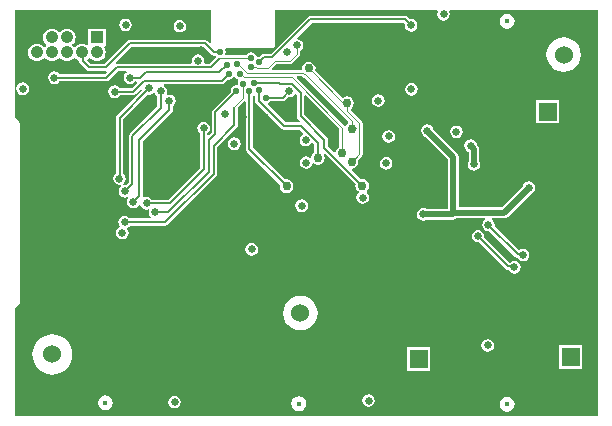
<source format=gbl>
G04*
G04 #@! TF.GenerationSoftware,Altium Limited,Altium Designer,24.3.1 (35)*
G04*
G04 Layer_Physical_Order=4*
G04 Layer_Color=15238730*
%FSLAX44Y44*%
%MOMM*%
G71*
G04*
G04 #@! TF.SameCoordinates,FBE6CC02-A050-44FB-85DA-F6A5CD5A1D8C*
G04*
G04*
G04 #@! TF.FilePolarity,Positive*
G04*
G01*
G75*
%ADD10C,0.2000*%
%ADD17C,0.1200*%
%ADD68C,0.5080*%
%ADD73C,1.5750*%
%ADD74R,1.5750X1.5750*%
%ADD75C,0.4250*%
%ADD76C,1.5240*%
%ADD77R,1.0700X1.0700*%
%ADD78C,1.0700*%
%ADD79R,1.5750X1.5750*%
%ADD80C,2.0100*%
%ADD81C,0.6500*%
%ADD82C,0.5500*%
%ADD83C,0.7500*%
G36*
X496941Y3059D02*
X3059D01*
Y93733D01*
X7163Y97837D01*
X7826Y98829D01*
X8059Y100000D01*
X8059Y100000D01*
Y250000D01*
X8059Y250000D01*
X7826Y251170D01*
X7163Y252163D01*
X7163Y252163D01*
X3059Y256267D01*
Y346941D01*
X169304D01*
X169461Y346750D01*
Y319210D01*
X168287Y318724D01*
X166259Y320752D01*
X165267Y321415D01*
X164096Y321648D01*
X164096Y321648D01*
X100754D01*
X99583Y321415D01*
X98591Y320752D01*
X98591Y320752D01*
X78937Y301098D01*
X67471D01*
X64710Y303859D01*
X64794Y305126D01*
X65321Y305530D01*
X65793Y306147D01*
X67063D01*
X67537Y305530D01*
X69072Y304352D01*
X70860Y303612D01*
X72779Y303359D01*
X74697Y303612D01*
X76485Y304352D01*
X78021Y305530D01*
X79199Y307066D01*
X79939Y308854D01*
X80192Y310772D01*
X79939Y312691D01*
X79199Y314479D01*
X78912Y314852D01*
X79539Y316122D01*
X80128D01*
Y330822D01*
X65429D01*
Y317533D01*
X64159Y316906D01*
X63785Y317193D01*
X61997Y317933D01*
X60079Y318186D01*
X58160Y317933D01*
X56372Y317193D01*
X54837Y316014D01*
X54363Y315398D01*
X53094D01*
X52621Y316014D01*
X52004Y316487D01*
Y317757D01*
X52621Y318230D01*
X53799Y319766D01*
X54539Y321554D01*
X54792Y323472D01*
X54539Y325391D01*
X53799Y327179D01*
X52621Y328714D01*
X51085Y329893D01*
X49297Y330633D01*
X47379Y330886D01*
X45460Y330633D01*
X43672Y329893D01*
X42137Y328714D01*
X41663Y328098D01*
X40394D01*
X39921Y328714D01*
X38385Y329893D01*
X36597Y330633D01*
X34678Y330886D01*
X32760Y330633D01*
X30972Y329893D01*
X29437Y328714D01*
X28258Y327179D01*
X27518Y325391D01*
X27265Y323472D01*
X27518Y321554D01*
X28258Y319766D01*
X29437Y318230D01*
X30053Y317757D01*
Y316487D01*
X29437Y316014D01*
X28963Y315398D01*
X27694D01*
X27221Y316014D01*
X25685Y317193D01*
X23897Y317933D01*
X21978Y318186D01*
X20060Y317933D01*
X18272Y317193D01*
X16737Y316014D01*
X15558Y314479D01*
X14818Y312691D01*
X14565Y310772D01*
X14818Y308854D01*
X15558Y307066D01*
X16737Y305530D01*
X18272Y304352D01*
X20060Y303612D01*
X21978Y303359D01*
X23897Y303612D01*
X25685Y304352D01*
X27221Y305530D01*
X27694Y306147D01*
X28963D01*
X29437Y305530D01*
X30972Y304352D01*
X32760Y303612D01*
X34678Y303359D01*
X36597Y303612D01*
X38385Y304352D01*
X39921Y305530D01*
X40394Y306147D01*
X41663D01*
X42137Y305530D01*
X43672Y304352D01*
X45460Y303612D01*
X47379Y303359D01*
X49297Y303612D01*
X51085Y304352D01*
X52621Y305530D01*
X53094Y306147D01*
X54363D01*
X54837Y305530D01*
X56372Y304352D01*
X57591Y303847D01*
Y303594D01*
X57591Y303594D01*
X57824Y302423D01*
X58486Y301431D01*
X64041Y295877D01*
X64041Y295877D01*
X65033Y295214D01*
X66204Y294981D01*
X80204D01*
X80204Y294981D01*
X80435Y295027D01*
X81060Y293856D01*
X79513Y292309D01*
X74899D01*
X74899Y292309D01*
X41020D01*
X40535Y293035D01*
X38798Y294195D01*
X36750Y294603D01*
X34702Y294195D01*
X32965Y293035D01*
X31805Y291298D01*
X31397Y289250D01*
X31805Y287202D01*
X32965Y285465D01*
X34702Y284305D01*
X36750Y283897D01*
X38798Y284305D01*
X40535Y285465D01*
X41020Y286191D01*
X74899D01*
X74899Y286191D01*
X74899Y286191D01*
X80780D01*
X80780Y286191D01*
X81950Y286424D01*
X82943Y287087D01*
X90831Y294975D01*
X97507D01*
X97892Y293705D01*
X96962Y293084D01*
X95801Y291347D01*
X95394Y289299D01*
X95801Y287250D01*
X96962Y285514D01*
X98698Y284353D01*
X100747Y283946D01*
X102795Y284353D01*
X104532Y285514D01*
X105001Y286216D01*
X106201Y286176D01*
X106660Y285067D01*
X102083Y280489D01*
X92039D01*
X91553Y281215D01*
X89817Y282376D01*
X87768Y282783D01*
X85720Y282376D01*
X83983Y281215D01*
X82823Y279479D01*
X82416Y277430D01*
X82823Y275382D01*
X83983Y273645D01*
X85720Y272485D01*
X87768Y272078D01*
X89817Y272485D01*
X91553Y273645D01*
X92039Y274372D01*
X103350D01*
X103350Y274372D01*
X104521Y274604D01*
X105513Y275268D01*
X109477Y279232D01*
X110883Y278842D01*
X110930Y278653D01*
X90000Y257722D01*
X89336Y256730D01*
X89104Y255559D01*
X89104Y255559D01*
Y208417D01*
X87965Y207657D01*
X86805Y205920D01*
X86397Y203872D01*
X86805Y201823D01*
X87965Y200087D01*
X89702Y198926D01*
X91750Y198519D01*
X92952Y198758D01*
X93448Y197562D01*
X92689Y197054D01*
X91528Y195318D01*
X91121Y193269D01*
X91528Y191221D01*
X92689Y189484D01*
X94425Y188324D01*
X96474Y187916D01*
X98405Y188300D01*
X98718Y188045D01*
X99254Y187285D01*
X98594Y186298D01*
X98187Y184250D01*
X98594Y182202D01*
X99755Y180465D01*
X101491Y179305D01*
X103540Y178897D01*
X105588Y179305D01*
X107325Y180465D01*
X108323Y181959D01*
X109322Y181930D01*
X109645Y181825D01*
X109804Y181021D01*
X110965Y179285D01*
X112702Y178124D01*
X114750Y177717D01*
X116211Y178008D01*
X116464Y177853D01*
X117204Y176984D01*
X116871Y175309D01*
X117278Y173260D01*
X118438Y171524D01*
X118544Y171453D01*
X118159Y170183D01*
X100538D01*
X100053Y170910D01*
X98316Y172070D01*
X96268Y172477D01*
X94219Y172070D01*
X92483Y170910D01*
X91322Y169173D01*
X90915Y167125D01*
X91322Y165076D01*
X91871Y164255D01*
X92187Y163114D01*
X91547Y162628D01*
X90464Y161904D01*
X89304Y160167D01*
X88896Y158119D01*
X89304Y156070D01*
X90464Y154334D01*
X92200Y153174D01*
X94249Y152766D01*
X96297Y153174D01*
X98034Y154334D01*
X99194Y156070D01*
X99602Y158119D01*
X99194Y160167D01*
X98646Y160988D01*
X98330Y162129D01*
X98970Y162616D01*
X100053Y163340D01*
X100538Y164066D01*
X130649D01*
X130649Y164066D01*
X131819Y164299D01*
X132812Y164962D01*
X173640Y205790D01*
X174303Y206782D01*
X174536Y207952D01*
X174536Y207953D01*
Y230550D01*
X191308Y247321D01*
X191308Y247321D01*
X191971Y248314D01*
X192204Y249484D01*
X192204Y249484D01*
Y263882D01*
X197571Y269250D01*
X198841Y268724D01*
Y228954D01*
X198841Y228954D01*
X199074Y227783D01*
X199737Y226791D01*
X227689Y198839D01*
X227434Y197557D01*
X227880Y195314D01*
X229151Y193412D01*
X231053Y192141D01*
X233296Y191695D01*
X235540Y192141D01*
X237442Y193412D01*
X238713Y195314D01*
X239159Y197557D01*
X238713Y199801D01*
X237442Y201703D01*
X235540Y202974D01*
X233296Y203420D01*
X232014Y203165D01*
X204959Y230221D01*
Y273473D01*
X206229Y274031D01*
X206691Y273605D01*
Y269929D01*
X206691Y269929D01*
X206924Y268759D01*
X207587Y267766D01*
X229108Y246246D01*
X229108Y246246D01*
X230100Y245583D01*
X231271Y245350D01*
X231271Y245350D01*
X244580D01*
X247379Y242551D01*
X247087Y241047D01*
X245882Y240242D01*
X244721Y238505D01*
X244314Y236457D01*
X244721Y234408D01*
X245882Y232672D01*
X247618Y231511D01*
X249667Y231104D01*
X251715Y231511D01*
X253452Y232672D01*
X254257Y233876D01*
X255761Y234169D01*
X256905Y233025D01*
Y226157D01*
X255818Y225431D01*
X254547Y223529D01*
X254311Y222343D01*
X252900Y221758D01*
X251986Y222369D01*
X249937Y222777D01*
X247889Y222369D01*
X246152Y221209D01*
X244992Y219473D01*
X244584Y217424D01*
X244992Y215376D01*
X246152Y213639D01*
X247889Y212479D01*
X249937Y212071D01*
X251986Y212479D01*
X253722Y213639D01*
X254883Y215376D01*
X255044Y216187D01*
X256445Y216721D01*
X257720Y215869D01*
X259964Y215423D01*
X262207Y215869D01*
X264109Y217140D01*
X265380Y219042D01*
X265826Y221285D01*
X265380Y223529D01*
X264624Y224660D01*
X265610Y225470D01*
X291921Y199159D01*
X291666Y197877D01*
X292113Y195634D01*
X293384Y193732D01*
X294258Y193147D01*
Y191877D01*
X293989Y191698D01*
X292829Y189961D01*
X292421Y187913D01*
X292829Y185864D01*
X293989Y184128D01*
X295726Y182967D01*
X297774Y182560D01*
X299823Y182967D01*
X301559Y184128D01*
X302719Y185864D01*
X303127Y187913D01*
X302719Y189961D01*
X301559Y191698D01*
X301045Y192041D01*
Y193311D01*
X301674Y193732D01*
X302945Y195634D01*
X303392Y197877D01*
X302945Y200121D01*
X301674Y202023D01*
X299772Y203293D01*
X297529Y203740D01*
X296247Y203485D01*
X288712Y211020D01*
X289130Y212398D01*
X290584Y212687D01*
X292486Y213958D01*
X293757Y215860D01*
X294203Y218103D01*
X293853Y219866D01*
X296874Y222887D01*
X296874Y222887D01*
X297448Y223747D01*
X297650Y224762D01*
Y250926D01*
X297650Y250927D01*
X297448Y251941D01*
X296874Y252801D01*
X288073Y261602D01*
X288234Y263237D01*
X288663Y263523D01*
X289934Y265425D01*
X290380Y267669D01*
X289934Y269912D01*
X288663Y271814D01*
X286761Y273085D01*
X284517Y273531D01*
X282274Y273085D01*
X280805Y272104D01*
X257491Y295417D01*
X257841Y297181D01*
X257395Y299424D01*
X256124Y301326D01*
X254222Y302597D01*
X251979Y303043D01*
X249735Y302597D01*
X247833Y301326D01*
X246562Y299424D01*
X246116Y297181D01*
X246166Y296931D01*
X245360Y295949D01*
X221096D01*
X220611Y297122D01*
X224284Y300795D01*
X236030D01*
X236030Y300795D01*
X237044Y300997D01*
X237904Y301572D01*
X244079Y307746D01*
X244079Y307746D01*
X244653Y308606D01*
X244855Y309621D01*
X244855Y309621D01*
Y312072D01*
X245989Y312830D01*
X247150Y314566D01*
X247557Y316615D01*
X247150Y318663D01*
X245989Y320400D01*
X244253Y321560D01*
X242649Y321879D01*
X242122Y323148D01*
X254787Y335813D01*
X332479D01*
X333646Y334646D01*
X333476Y333789D01*
X333883Y331741D01*
X335043Y330004D01*
X336780Y328844D01*
X338829Y328436D01*
X340877Y328844D01*
X342614Y330004D01*
X343774Y331741D01*
X344181Y333789D01*
X343774Y335838D01*
X342614Y337574D01*
X340877Y338735D01*
X338829Y339142D01*
X337972Y338972D01*
X335909Y341034D01*
X334917Y341698D01*
X333746Y341930D01*
X333746Y341930D01*
X253520D01*
X253520Y341930D01*
X252349Y341698D01*
X251357Y341034D01*
X219849Y309527D01*
X214268D01*
X214267Y309527D01*
X213097Y309294D01*
X212104Y308631D01*
X210573Y307100D01*
X210142Y307186D01*
X208732Y306905D01*
X207464Y307677D01*
X207412Y307939D01*
X206362Y309510D01*
X204791Y310560D01*
X202938Y310929D01*
X201084Y310560D01*
X199513Y309510D01*
X198893Y308582D01*
X198730Y308576D01*
X197795Y308576D01*
X192776Y308600D01*
X191605Y308611D01*
Y308614D01*
X191569Y308619D01*
X191525Y308613D01*
X190671Y308601D01*
X190247Y308596D01*
X184456Y308554D01*
X184445Y308566D01*
X184430Y308568D01*
X184392Y308563D01*
X184180Y308550D01*
X182437Y308492D01*
X181588Y309734D01*
X181843Y311017D01*
X181474Y312870D01*
X181096Y313436D01*
X181775Y314706D01*
X221500D01*
X222281Y314861D01*
X222942Y315303D01*
X223384Y315965D01*
X223539Y316745D01*
Y346750D01*
X223696Y346941D01*
X361101D01*
X361780Y345671D01*
X361339Y345011D01*
X360931Y342963D01*
X361339Y340914D01*
X362499Y339178D01*
X364236Y338018D01*
X366284Y337610D01*
X368333Y338018D01*
X370069Y339178D01*
X371230Y340914D01*
X371637Y342963D01*
X371230Y345011D01*
X370788Y345671D01*
X371467Y346941D01*
X496941D01*
Y3059D01*
D02*
G37*
G36*
X169337Y309022D02*
X170329Y308359D01*
X171500Y308127D01*
X171500Y308127D01*
X173218D01*
X173575Y307592D01*
X173685Y306485D01*
X168292Y301093D01*
X164280D01*
X163423Y302363D01*
X163706Y303784D01*
X163298Y305833D01*
X162138Y307569D01*
X160401Y308729D01*
X158353Y309137D01*
X156305Y308729D01*
X154568Y307569D01*
X153408Y305833D01*
X153000Y303784D01*
X153283Y302363D01*
X152426Y301093D01*
X89564D01*
X89333Y301047D01*
X88708Y302218D01*
X102021Y315530D01*
X162829D01*
X169337Y309022D01*
D02*
G37*
G36*
X190150Y289163D02*
X191721Y288113D01*
X191948Y288068D01*
X192533Y286657D01*
X192176Y286123D01*
X191807Y284269D01*
X191923Y283686D01*
X191025Y282788D01*
X190750Y282843D01*
X188897Y282474D01*
X187325Y281425D01*
X186276Y279853D01*
X185907Y278000D01*
X185993Y277568D01*
X170791Y262367D01*
X170128Y261374D01*
X169895Y260204D01*
X169895Y260204D01*
Y243178D01*
X167457Y240739D01*
X166283Y241225D01*
Y242439D01*
X167010Y242924D01*
X168170Y244660D01*
X168577Y246709D01*
X168170Y248757D01*
X167010Y250494D01*
X165273Y251654D01*
X163225Y252062D01*
X161176Y251654D01*
X159440Y250494D01*
X158279Y248757D01*
X157872Y246709D01*
X158279Y244660D01*
X159440Y242924D01*
X160166Y242439D01*
Y213049D01*
X133245Y186129D01*
X119020D01*
X118535Y186855D01*
X116798Y188015D01*
X114750Y188423D01*
X112702Y188015D01*
X111616Y188818D01*
X111728Y189380D01*
Y235733D01*
X136220Y260225D01*
X136883Y261218D01*
X137116Y262388D01*
Y265731D01*
X137842Y266217D01*
X139003Y267953D01*
X139410Y270002D01*
X139003Y272050D01*
X137842Y273787D01*
X136106Y274947D01*
X134057Y275355D01*
X132752Y275095D01*
X132437Y275313D01*
X131783Y276197D01*
X132115Y277867D01*
X131708Y279915D01*
X130548Y281652D01*
X129419Y282406D01*
X129804Y283676D01*
X178485D01*
X178485Y283676D01*
X179655Y283909D01*
X180648Y284572D01*
X183819Y287743D01*
X184250Y287657D01*
X186103Y288026D01*
X187675Y289076D01*
X188178Y289829D01*
X189705D01*
X190150Y289163D01*
D02*
G37*
G36*
X121782Y275997D02*
X121817Y275818D01*
X122978Y274082D01*
X123704Y273596D01*
Y265028D01*
X100648Y241972D01*
X99985Y240979D01*
X99752Y239809D01*
X99752Y239809D01*
Y200402D01*
X97723Y198373D01*
X96474Y198622D01*
X95271Y198383D01*
X94775Y199579D01*
X95535Y200087D01*
X96695Y201823D01*
X97103Y203872D01*
X96695Y205920D01*
X95535Y207657D01*
X95221Y207866D01*
Y254292D01*
X116131Y275202D01*
X116988Y275032D01*
X119036Y275439D01*
X120414Y276360D01*
X121782Y275997D01*
D02*
G37*
G36*
X242166Y274554D02*
Y256652D01*
X242166Y256652D01*
X242399Y255481D01*
X243062Y254489D01*
X244813Y252737D01*
X244287Y251467D01*
X232538D01*
X217243Y266762D01*
X217611Y267978D01*
X217853Y268026D01*
X219425Y269076D01*
X219669Y269441D01*
X230196D01*
X230197Y269441D01*
X231367Y269674D01*
X232360Y270337D01*
X234842Y272820D01*
X235699Y272649D01*
X237747Y273057D01*
X239484Y274217D01*
X239976Y274954D01*
X241436Y275175D01*
X242166Y274554D01*
D02*
G37*
G36*
X247681Y289456D02*
X247681Y289456D01*
X248541Y288881D01*
X248827Y288825D01*
X285526Y252125D01*
X285365Y250490D01*
X284777Y250097D01*
X283922Y248816D01*
X282425Y248771D01*
X282338Y248900D01*
X241764Y289474D01*
X242250Y290647D01*
X246490D01*
X247681Y289456D01*
D02*
G37*
G36*
X277813Y245927D02*
Y230390D01*
X276318Y229391D01*
X275047Y227489D01*
X274880Y226648D01*
X273502Y226230D01*
X268325Y231407D01*
Y236610D01*
X268325Y236610D01*
X268092Y237781D01*
X267429Y238773D01*
X267429Y238773D01*
X248284Y257919D01*
Y273797D01*
X249457Y274283D01*
X277813Y245927D01*
D02*
G37*
%LPC*%
G36*
X420000Y343372D02*
X417561Y342887D01*
X415494Y341506D01*
X414113Y339439D01*
X413628Y337000D01*
X414113Y334561D01*
X415494Y332494D01*
X417561Y331113D01*
X420000Y330628D01*
X422439Y331113D01*
X424506Y332494D01*
X425887Y334561D01*
X426372Y337000D01*
X425887Y339439D01*
X424506Y341506D01*
X422439Y342887D01*
X420000Y343372D01*
D02*
G37*
G36*
X97000Y339353D02*
X94952Y338945D01*
X93215Y337785D01*
X92055Y336048D01*
X91647Y334000D01*
X92055Y331952D01*
X93215Y330215D01*
X94952Y329055D01*
X97000Y328647D01*
X99048Y329055D01*
X100785Y330215D01*
X101945Y331952D01*
X102353Y334000D01*
X101945Y336048D01*
X100785Y337785D01*
X99048Y338945D01*
X97000Y339353D01*
D02*
G37*
G36*
X143000Y338353D02*
X140952Y337945D01*
X139215Y336785D01*
X138055Y335048D01*
X137647Y333000D01*
X138055Y330952D01*
X139215Y329215D01*
X140952Y328055D01*
X143000Y327647D01*
X145048Y328055D01*
X146785Y329215D01*
X147945Y330952D01*
X148353Y333000D01*
X147945Y335048D01*
X146785Y336785D01*
X145048Y337945D01*
X143000Y338353D01*
D02*
G37*
G36*
X467986Y323530D02*
X464201Y323032D01*
X460674Y321570D01*
X457645Y319246D01*
X455321Y316217D01*
X453859Y312690D01*
X453361Y308905D01*
X453859Y305119D01*
X455321Y301592D01*
X457645Y298563D01*
X460674Y296239D01*
X464201Y294778D01*
X467986Y294280D01*
X471772Y294778D01*
X475299Y296239D01*
X478328Y298563D01*
X480652Y301592D01*
X482113Y305119D01*
X482611Y308905D01*
X482113Y312690D01*
X480652Y316217D01*
X478328Y319246D01*
X475299Y321570D01*
X471772Y323032D01*
X467986Y323530D01*
D02*
G37*
G36*
X10000Y285353D02*
X7952Y284945D01*
X6215Y283785D01*
X5055Y282048D01*
X4647Y280000D01*
X5055Y277952D01*
X6215Y276215D01*
X7952Y275055D01*
X10000Y274647D01*
X12048Y275055D01*
X13785Y276215D01*
X14945Y277952D01*
X15353Y280000D01*
X14945Y282048D01*
X13785Y283785D01*
X12048Y284945D01*
X10000Y285353D01*
D02*
G37*
G36*
X339006Y284980D02*
X336957Y284573D01*
X335221Y283412D01*
X334060Y281676D01*
X333653Y279627D01*
X334060Y277579D01*
X335221Y275842D01*
X336957Y274682D01*
X339006Y274274D01*
X341054Y274682D01*
X342791Y275842D01*
X343951Y277579D01*
X344359Y279627D01*
X343951Y281676D01*
X342791Y283412D01*
X341054Y284573D01*
X339006Y284980D01*
D02*
G37*
G36*
X311000Y275353D02*
X308952Y274945D01*
X307215Y273785D01*
X306055Y272048D01*
X305647Y270000D01*
X306055Y267952D01*
X307215Y266215D01*
X308952Y265055D01*
X311000Y264647D01*
X313048Y265055D01*
X314785Y266215D01*
X315945Y267952D01*
X316353Y270000D01*
X315945Y272048D01*
X314785Y273785D01*
X313048Y274945D01*
X311000Y275353D01*
D02*
G37*
G36*
X464201Y270379D02*
X444451D01*
Y250629D01*
X464201D01*
Y270379D01*
D02*
G37*
G36*
X377075Y248868D02*
X375027Y248461D01*
X373290Y247301D01*
X372130Y245564D01*
X371722Y243515D01*
X372130Y241467D01*
X373290Y239730D01*
X375027Y238570D01*
X377075Y238163D01*
X379124Y238570D01*
X380860Y239730D01*
X382021Y241467D01*
X382428Y243515D01*
X382021Y245564D01*
X380860Y247301D01*
X379124Y248461D01*
X377075Y248868D01*
D02*
G37*
G36*
X319897Y244994D02*
X317848Y244586D01*
X316112Y243426D01*
X314951Y241689D01*
X314544Y239641D01*
X314951Y237593D01*
X316112Y235856D01*
X317848Y234695D01*
X319897Y234288D01*
X321945Y234695D01*
X323682Y235856D01*
X324842Y237593D01*
X325250Y239641D01*
X324842Y241689D01*
X323682Y243426D01*
X321945Y244586D01*
X319897Y244994D01*
D02*
G37*
G36*
X188977Y238802D02*
X186929Y238395D01*
X185192Y237234D01*
X184032Y235497D01*
X183624Y233449D01*
X184032Y231401D01*
X185192Y229664D01*
X186929Y228504D01*
X188977Y228096D01*
X191026Y228504D01*
X192762Y229664D01*
X193923Y231401D01*
X194330Y233449D01*
X193923Y235497D01*
X192762Y237234D01*
X191026Y238395D01*
X188977Y238802D01*
D02*
G37*
G36*
X317584Y222326D02*
X315536Y221918D01*
X313799Y220758D01*
X312639Y219021D01*
X312231Y216973D01*
X312639Y214924D01*
X313799Y213188D01*
X315536Y212027D01*
X317584Y211620D01*
X319633Y212027D01*
X321369Y213188D01*
X322530Y214924D01*
X322937Y216973D01*
X322530Y219021D01*
X321369Y220758D01*
X319633Y221918D01*
X317584Y222326D01*
D02*
G37*
G36*
X389298Y237104D02*
X387250Y236696D01*
X385513Y235536D01*
X384353Y233799D01*
X383945Y231751D01*
X384353Y229702D01*
X385513Y227966D01*
X387250Y226805D01*
X387328Y226789D01*
X387371Y226747D01*
Y218522D01*
X387055Y218048D01*
X386647Y216000D01*
X387055Y213952D01*
X388215Y212215D01*
X389952Y211055D01*
X392000Y210647D01*
X394048Y211055D01*
X395785Y212215D01*
X396945Y213952D01*
X397353Y216000D01*
X396945Y218048D01*
X396629Y218522D01*
Y228664D01*
X396629Y228664D01*
X396277Y230436D01*
X395273Y231938D01*
X395273Y231938D01*
X394450Y232761D01*
X394243Y233799D01*
X393083Y235536D01*
X391347Y236696D01*
X389298Y237104D01*
D02*
G37*
G36*
X352549Y249732D02*
X350501Y249325D01*
X348764Y248164D01*
X347604Y246428D01*
X347196Y244379D01*
X347604Y242331D01*
X348764Y240594D01*
X350501Y239434D01*
X351080Y239319D01*
X369692Y220707D01*
Y178377D01*
X351567D01*
X351093Y178694D01*
X349044Y179101D01*
X346996Y178694D01*
X345259Y177533D01*
X344099Y175797D01*
X343692Y173748D01*
X344099Y171700D01*
X345259Y169963D01*
X346996Y168803D01*
X349044Y168396D01*
X351093Y168803D01*
X351567Y169119D01*
X373862D01*
X375633Y169472D01*
X376898Y170317D01*
X400960D01*
X401345Y169047D01*
X400481Y168470D01*
X399320Y166733D01*
X398913Y164685D01*
X399320Y162636D01*
X400481Y160900D01*
X402217Y159739D01*
X404266Y159332D01*
X405122Y159502D01*
X427085Y137540D01*
X427085Y137540D01*
X428077Y136877D01*
X429030Y136687D01*
X429848Y135463D01*
X431584Y134303D01*
X433633Y133896D01*
X435681Y134303D01*
X437418Y135463D01*
X438578Y137200D01*
X438985Y139248D01*
X438578Y141297D01*
X437418Y143033D01*
X435681Y144194D01*
X433633Y144601D01*
X431584Y144194D01*
X430084Y143192D01*
X409448Y163828D01*
X409619Y164685D01*
X409211Y166733D01*
X408051Y168470D01*
X407186Y169047D01*
X407571Y170317D01*
X417256D01*
X417257Y170317D01*
X419028Y170670D01*
X420530Y171673D01*
X439985Y191129D01*
X440544Y191240D01*
X442280Y192400D01*
X443441Y194137D01*
X443848Y196185D01*
X443441Y198233D01*
X442280Y199970D01*
X440544Y201130D01*
X438495Y201538D01*
X436447Y201130D01*
X434710Y199970D01*
X433550Y198233D01*
X433439Y197675D01*
X415339Y179575D01*
X378950D01*
Y222624D01*
X378950Y222624D01*
X378598Y224396D01*
X377594Y225897D01*
X377594Y225897D01*
X357601Y245890D01*
X357494Y246428D01*
X356334Y248164D01*
X354598Y249325D01*
X352549Y249732D01*
D02*
G37*
G36*
X246113Y186324D02*
X244064Y185917D01*
X242328Y184757D01*
X241167Y183020D01*
X240760Y180972D01*
X241167Y178923D01*
X242328Y177187D01*
X244064Y176026D01*
X246113Y175619D01*
X248161Y176026D01*
X249898Y177187D01*
X251058Y178923D01*
X251466Y180972D01*
X251058Y183020D01*
X249898Y184757D01*
X248161Y185917D01*
X246113Y186324D01*
D02*
G37*
G36*
X203871Y149481D02*
X201823Y149074D01*
X200086Y147914D01*
X198926Y146177D01*
X198519Y144129D01*
X198926Y142080D01*
X200086Y140344D01*
X201823Y139183D01*
X203871Y138776D01*
X205920Y139183D01*
X207656Y140344D01*
X208817Y142080D01*
X209224Y144129D01*
X208817Y146177D01*
X207656Y147914D01*
X205920Y149074D01*
X203871Y149481D01*
D02*
G37*
G36*
X395432Y160694D02*
X393383Y160287D01*
X391647Y159126D01*
X390486Y157390D01*
X390079Y155341D01*
X390486Y153293D01*
X391647Y151556D01*
X393383Y150396D01*
X395432Y149988D01*
X396289Y150159D01*
X418849Y127598D01*
X419842Y126935D01*
X421012Y126702D01*
X421012Y126702D01*
X421287D01*
X422347Y125115D01*
X424084Y123955D01*
X426132Y123547D01*
X428181Y123955D01*
X429917Y125115D01*
X431078Y126852D01*
X431485Y128900D01*
X431078Y130948D01*
X429917Y132685D01*
X428181Y133845D01*
X426132Y134253D01*
X424084Y133845D01*
X422549Y132820D01*
X422279D01*
X400614Y154485D01*
X400785Y155341D01*
X400377Y157390D01*
X399217Y159126D01*
X397480Y160287D01*
X395432Y160694D01*
D02*
G37*
G36*
X245000Y104625D02*
X241215Y104127D01*
X237687Y102666D01*
X234659Y100342D01*
X232334Y97313D01*
X230873Y93785D01*
X230375Y90000D01*
X230873Y86215D01*
X232334Y82687D01*
X234659Y79658D01*
X237687Y77334D01*
X241215Y75873D01*
X245000Y75375D01*
X248785Y75873D01*
X252313Y77334D01*
X255341Y79658D01*
X257666Y82687D01*
X259127Y86215D01*
X259625Y90000D01*
X259127Y93785D01*
X257666Y97313D01*
X255341Y100342D01*
X252313Y102666D01*
X248785Y104127D01*
X245000Y104625D01*
D02*
G37*
G36*
X403694Y68011D02*
X401645Y67604D01*
X399908Y66443D01*
X398748Y64707D01*
X398341Y62658D01*
X398748Y60610D01*
X399908Y58873D01*
X401645Y57713D01*
X403694Y57305D01*
X405742Y57713D01*
X407478Y58873D01*
X408639Y60610D01*
X409046Y62658D01*
X408639Y64707D01*
X407478Y66443D01*
X405742Y67604D01*
X403694Y68011D01*
D02*
G37*
G36*
X483792Y62705D02*
X464042D01*
Y42955D01*
X483792D01*
Y62705D01*
D02*
G37*
G36*
X355138Y61039D02*
X335388D01*
Y41289D01*
X355138D01*
Y61039D01*
D02*
G37*
G36*
X35000Y72082D02*
X31667Y71754D01*
X28463Y70782D01*
X25510Y69203D01*
X22921Y67079D01*
X20797Y64490D01*
X19218Y61537D01*
X18246Y58333D01*
X17918Y55000D01*
X18246Y51667D01*
X19218Y48463D01*
X20797Y45510D01*
X22921Y42921D01*
X25510Y40797D01*
X28463Y39218D01*
X31667Y38246D01*
X35000Y37918D01*
X38333Y38246D01*
X41537Y39218D01*
X44490Y40797D01*
X47079Y42921D01*
X49203Y45510D01*
X50782Y48463D01*
X51754Y51667D01*
X52082Y55000D01*
X51754Y58333D01*
X50782Y61537D01*
X49203Y64490D01*
X47079Y67079D01*
X44490Y69203D01*
X41537Y70782D01*
X38333Y71754D01*
X35000Y72082D01*
D02*
G37*
G36*
X302711Y21393D02*
X300662Y20985D01*
X298926Y19825D01*
X297765Y18088D01*
X297358Y16040D01*
X297765Y13991D01*
X298926Y12255D01*
X300662Y11094D01*
X302711Y10687D01*
X304759Y11094D01*
X306496Y12255D01*
X307656Y13991D01*
X308064Y16040D01*
X307656Y18088D01*
X306496Y19825D01*
X304759Y20985D01*
X302711Y21393D01*
D02*
G37*
G36*
X138561Y19979D02*
X136513Y19572D01*
X134776Y18412D01*
X133616Y16675D01*
X133208Y14627D01*
X133616Y12578D01*
X134776Y10842D01*
X136513Y9681D01*
X138561Y9274D01*
X140610Y9681D01*
X142346Y10842D01*
X143507Y12578D01*
X143914Y14627D01*
X143507Y16675D01*
X142346Y18412D01*
X140610Y19572D01*
X138561Y19979D01*
D02*
G37*
G36*
X80000Y20373D02*
X77561Y19887D01*
X75494Y18506D01*
X74113Y16439D01*
X73628Y14000D01*
X74113Y11561D01*
X75494Y9494D01*
X77561Y8113D01*
X80000Y7628D01*
X82439Y8113D01*
X84506Y9494D01*
X85887Y11561D01*
X86372Y14000D01*
X85887Y16439D01*
X84506Y18506D01*
X82439Y19887D01*
X80000Y20373D01*
D02*
G37*
G36*
X243589Y19796D02*
X241150Y19311D01*
X239083Y17929D01*
X237701Y15862D01*
X237216Y13423D01*
X237701Y10985D01*
X239083Y8917D01*
X241150Y7536D01*
X243589Y7051D01*
X246027Y7536D01*
X248095Y8917D01*
X249476Y10985D01*
X249961Y13423D01*
X249476Y15862D01*
X248095Y17929D01*
X246027Y19311D01*
X243589Y19796D01*
D02*
G37*
G36*
X420000Y19190D02*
X417561Y18705D01*
X415494Y17324D01*
X414113Y15256D01*
X413628Y12818D01*
X414113Y10379D01*
X415494Y8312D01*
X417561Y6930D01*
X420000Y6445D01*
X422439Y6930D01*
X424506Y8312D01*
X425887Y10379D01*
X426372Y12818D01*
X425887Y15256D01*
X424506Y17324D01*
X422439Y18705D01*
X420000Y19190D01*
D02*
G37*
%LPD*%
D10*
X231271Y248409D02*
X245847D01*
X209750Y269929D02*
X231271Y248409D01*
X209750Y269929D02*
Y278538D01*
X189145Y249484D02*
Y264573D01*
X176534Y294034D02*
X183000Y300500D01*
X114297Y294034D02*
X176534D01*
X100747Y289299D02*
X109561D01*
X114297Y294034D01*
X89564Y298034D02*
X169559D01*
X177190Y305664D01*
X178485Y286735D02*
X184250Y292500D01*
X112654Y286735D02*
X178485D01*
X80780Y289250D02*
X89564Y298034D01*
X171500Y311185D02*
X176831D01*
X177000Y311017D01*
X205500Y285004D02*
X205680Y285184D01*
X226654D01*
X238080Y283752D02*
X245225Y276607D01*
Y256652D02*
Y276607D01*
Y256652D02*
X265266Y236610D01*
X230197Y272500D02*
X235699Y278002D01*
X265266Y230140D02*
Y236610D01*
Y230140D02*
X297529Y197877D01*
X216000Y272500D02*
X230197D01*
X228086Y283752D02*
X238080D01*
X226654Y285184D02*
X228086Y283752D01*
X259964Y221285D02*
Y234292D01*
X245847Y248409D02*
X259964Y234292D01*
X201900Y228954D02*
Y277652D01*
X201593Y277960D02*
X201900Y277652D01*
Y228954D02*
X233296Y197557D01*
X172954Y241911D02*
Y260204D01*
X190750Y278000D01*
X221117Y306468D02*
X253520Y338872D01*
X214267Y306468D02*
X221117D01*
X210142Y302343D02*
X214267Y306468D01*
X333746Y338872D02*
X338829Y333789D01*
X253520Y338872D02*
X333746D01*
X421012Y129761D02*
X425271D01*
X395432Y155341D02*
X421012Y129761D01*
X425271D02*
X426132Y128900D01*
X433178Y139703D02*
X433633Y139248D01*
X404266Y164685D02*
X429248Y139703D01*
X433178D01*
X108670Y189380D02*
Y237000D01*
X103540Y184250D02*
X108670Y189380D01*
X114750Y183070D02*
X134512D01*
X163225Y211782D01*
X122223Y175309D02*
X133176D01*
X167450Y209582D01*
Y236407D02*
X172954Y241911D01*
X87768Y277430D02*
X103350D01*
X112654Y286735D01*
X167450Y209582D02*
Y236407D01*
X171477Y231817D02*
X189145Y249484D01*
X171477Y207952D02*
Y231817D01*
X60079Y310772D02*
X60649Y310201D01*
Y303594D02*
Y310201D01*
X66204Y298040D02*
X80204D01*
X60649Y303594D02*
X66204Y298040D01*
X80204D02*
X100754Y318589D01*
X92162Y204284D02*
Y255559D01*
X116988Y280385D01*
X102811Y239809D02*
X126763Y263761D01*
Y277867D01*
X134057Y262388D02*
Y270002D01*
X108670Y237000D02*
X134057Y262388D01*
X91750Y203872D02*
X92162Y204284D01*
X102811Y199135D02*
Y239809D01*
X96474Y193269D02*
X96945D01*
X102811Y199135D01*
X74899Y289250D02*
X80780D01*
X36750Y289250D02*
X74899D01*
X74899Y289250D01*
X130649Y167125D02*
X171477Y207952D01*
X96268Y167125D02*
X130649D01*
X163225Y211782D02*
Y246709D01*
X164096Y318589D02*
X171500Y311185D01*
X100754Y318589D02*
X164096D01*
D17*
X184439Y305903D02*
G03*
X184268Y305901I-9J-4850D01*
G01*
X191592Y305954D02*
G03*
X191534Y305954I-23J-4850D01*
G01*
X189145Y264573D02*
X196650Y272078D01*
Y284269D01*
X193575Y292588D02*
X194522D01*
X197256Y289853D01*
X237635D01*
X247588Y293298D02*
X249555Y291331D01*
X218149Y293214D02*
X218232Y293298D01*
X195064Y298148D02*
X199999Y293214D01*
X218149D01*
X218232Y293298D02*
X247588D01*
X237635Y289853D02*
X280464Y247026D01*
X202911Y298093D02*
X207800D01*
X288341Y218103D02*
X294999Y224762D01*
Y250927D01*
X284517Y261409D02*
X294999Y250927D01*
X284517Y261409D02*
Y267669D01*
X280464Y225246D02*
Y247026D01*
X283312Y268874D02*
X284517Y267669D01*
X280285Y268874D02*
X283312D01*
X251979Y297181D02*
X280285Y268874D01*
X250070Y291331D02*
X288923Y252478D01*
X249555Y291331D02*
X250070D01*
X288923Y246687D02*
Y252478D01*
X192004Y301105D02*
X194960Y298148D01*
X191569Y301105D02*
X192004D01*
X194960Y298148D02*
X195064D01*
X177190Y305664D02*
X184268Y305901D01*
X184439Y305903D02*
X191534Y305954D01*
X207800Y298093D02*
X208400Y297493D01*
X217232D01*
X191592Y305954D02*
X197787Y305925D01*
X289659Y246687D02*
X291799D01*
X217232Y297493D02*
X223186Y303446D01*
X236030D01*
X242204Y309621D01*
Y316615D01*
X167450Y236407D02*
Y236407D01*
X197787Y305925D02*
X198782Y305925D01*
X202938Y306086D01*
D68*
X374321Y174946D02*
X417257D01*
X438495Y196185D01*
X349044Y173748D02*
X373862D01*
X392000Y216000D02*
Y228664D01*
X389298Y231366D02*
X392000Y228664D01*
X389298Y231366D02*
Y231751D01*
X352549Y244379D02*
X352566D01*
X374321Y222624D01*
Y174946D02*
Y222624D01*
D73*
X473917Y27430D02*
D03*
X345263Y25764D02*
D03*
X479726Y260504D02*
D03*
D74*
X473917Y52830D02*
D03*
X345263Y51164D02*
D03*
D75*
X80000Y14000D02*
D03*
X420000Y12818D02*
D03*
X420000Y337000D02*
D03*
X243589Y13423D02*
D03*
D76*
X35000Y55000D02*
D03*
X467986Y308905D02*
D03*
X245000Y90000D02*
D03*
D77*
X72779Y323472D02*
D03*
D78*
Y310772D02*
D03*
X60079Y323472D02*
D03*
Y310772D02*
D03*
X47379Y323472D02*
D03*
Y310772D02*
D03*
X34678Y323472D02*
D03*
Y310772D02*
D03*
X21978Y323472D02*
D03*
Y310772D02*
D03*
D79*
X454326Y260504D02*
D03*
D80*
X484202Y91055D02*
D03*
Y177456D02*
D03*
X446202Y91055D02*
D03*
Y177456D02*
D03*
D81*
X231283Y257718D02*
D03*
X465000Y165000D02*
D03*
Y245000D02*
D03*
Y85000D02*
D03*
X425000Y325000D02*
D03*
X445214Y331534D02*
D03*
X424039Y302359D02*
D03*
X153238Y15933D02*
D03*
X225000Y85000D02*
D03*
X245000Y125000D02*
D03*
X235699Y278002D02*
D03*
X249667Y236457D02*
D03*
X215425Y255772D02*
D03*
X230042Y226529D02*
D03*
X208836Y243512D02*
D03*
X196150Y256069D02*
D03*
X317584Y216973D02*
D03*
X233737Y310750D02*
D03*
X170243Y170765D02*
D03*
X20649Y20446D02*
D03*
X486132Y334156D02*
D03*
X397537Y121385D02*
D03*
X179628Y215110D02*
D03*
X282450Y124829D02*
D03*
X445000Y285000D02*
D03*
Y45000D02*
D03*
X405000Y285000D02*
D03*
X425000Y245000D02*
D03*
Y165000D02*
D03*
X365000Y285000D02*
D03*
Y125000D02*
D03*
X385000Y85000D02*
D03*
X365000Y45000D02*
D03*
X325000Y125000D02*
D03*
Y45000D02*
D03*
X305000Y325000D02*
D03*
Y85000D02*
D03*
X265000D02*
D03*
X245000Y45000D02*
D03*
X225000Y165000D02*
D03*
X205000Y45000D02*
D03*
X185000Y85000D02*
D03*
X165000Y45000D02*
D03*
X145000Y245000D02*
D03*
Y85000D02*
D03*
X85000Y45000D02*
D03*
X65000Y245000D02*
D03*
X45000Y205000D02*
D03*
X65000Y165000D02*
D03*
X45000Y125000D02*
D03*
X65000Y85000D02*
D03*
X403694Y62658D02*
D03*
X417318Y62448D02*
D03*
X395432Y155341D02*
D03*
X426132Y128900D02*
D03*
X404266Y164685D02*
D03*
X434173Y161758D02*
D03*
X433633Y139248D02*
D03*
X438495Y196185D02*
D03*
X120000Y83000D02*
D03*
X138561Y14627D02*
D03*
X138971Y28592D02*
D03*
X103540Y184250D02*
D03*
X114750Y183070D02*
D03*
X122223Y175309D02*
D03*
X297774Y187913D02*
D03*
X181115Y258685D02*
D03*
X349044Y173748D02*
D03*
X96268Y167125D02*
D03*
X64866Y279866D02*
D03*
X158353Y303784D02*
D03*
X107233Y259367D02*
D03*
X91750Y203872D02*
D03*
X249937Y217424D02*
D03*
X96474Y193269D02*
D03*
X100747Y289299D02*
D03*
X87768Y277430D02*
D03*
X188977Y233449D02*
D03*
X170280Y272218D02*
D03*
X434892Y106494D02*
D03*
X126681Y213303D02*
D03*
X232000Y325500D02*
D03*
X352500Y195000D02*
D03*
X362500Y220000D02*
D03*
X352500D02*
D03*
X362500Y207500D02*
D03*
X352500D02*
D03*
X362500Y195000D02*
D03*
X340000D02*
D03*
Y207500D02*
D03*
Y220000D02*
D03*
X164049Y256475D02*
D03*
X160681Y265727D02*
D03*
X302711Y16040D02*
D03*
X366284Y342963D02*
D03*
X203871Y144129D02*
D03*
X302526Y30124D02*
D03*
X338829Y333789D02*
D03*
X311000Y270000D02*
D03*
X392000Y216000D02*
D03*
X339006Y279627D02*
D03*
X332000Y285000D02*
D03*
X161000Y312500D02*
D03*
X115000Y324839D02*
D03*
X125000D02*
D03*
X10000Y280000D02*
D03*
X97000Y334000D02*
D03*
X143000Y333000D02*
D03*
X242204Y316615D02*
D03*
X319897Y239641D02*
D03*
X399466Y255554D02*
D03*
X377075Y243515D02*
D03*
X163225Y246709D02*
D03*
X126473Y204588D02*
D03*
X125890Y194698D02*
D03*
X72331Y61963D02*
D03*
X97000Y53000D02*
D03*
X389298Y231751D02*
D03*
X403000Y216000D02*
D03*
X352549Y244379D02*
D03*
X116988Y280385D02*
D03*
X333000Y302000D02*
D03*
X295000Y330000D02*
D03*
X54609Y19282D02*
D03*
X218305Y18813D02*
D03*
X446250Y13250D02*
D03*
X311081Y143939D02*
D03*
X94249Y158119D02*
D03*
X134057Y270002D02*
D03*
X126763Y277867D02*
D03*
X161000Y334000D02*
D03*
X231731Y334894D02*
D03*
X161000Y343000D02*
D03*
X232891Y343086D02*
D03*
X161000Y325000D02*
D03*
X246113Y180972D02*
D03*
X256425Y181647D02*
D03*
X266179Y171308D02*
D03*
X125000Y160000D02*
D03*
Y147000D02*
D03*
Y135000D02*
D03*
Y122000D02*
D03*
X106000Y83000D02*
D03*
X55307Y86239D02*
D03*
X367603Y144043D02*
D03*
X351000Y93000D02*
D03*
X380000Y343000D02*
D03*
X353917Y143939D02*
D03*
X327797Y144043D02*
D03*
X321000Y250000D02*
D03*
X369816Y269697D02*
D03*
X370000Y257000D02*
D03*
X253784Y199078D02*
D03*
X73130Y153327D02*
D03*
X72967Y198435D02*
D03*
X317779Y228841D02*
D03*
X226481Y126386D02*
D03*
X55584Y264972D02*
D03*
X36750Y289250D02*
D03*
D82*
X177000Y311017D02*
D03*
X193575Y292588D02*
D03*
X205500Y285004D02*
D03*
X202911Y298093D02*
D03*
X209750Y278538D02*
D03*
X196650Y284269D02*
D03*
X183000Y300500D02*
D03*
X216000Y272500D02*
D03*
X201593Y277960D02*
D03*
X190750Y278000D02*
D03*
X184250Y292500D02*
D03*
X189898Y311238D02*
D03*
X191569Y301105D02*
D03*
X231282Y298572D02*
D03*
X215614Y311718D02*
D03*
X182856Y281171D02*
D03*
X210142Y302343D02*
D03*
X202938Y306086D02*
D03*
D83*
X288341Y218103D02*
D03*
X280464Y225246D02*
D03*
X284517Y267669D02*
D03*
X251979Y297181D02*
D03*
X297529Y197877D02*
D03*
X259964Y221285D02*
D03*
X233296Y197557D02*
D03*
X288923Y245951D02*
D03*
M02*

</source>
